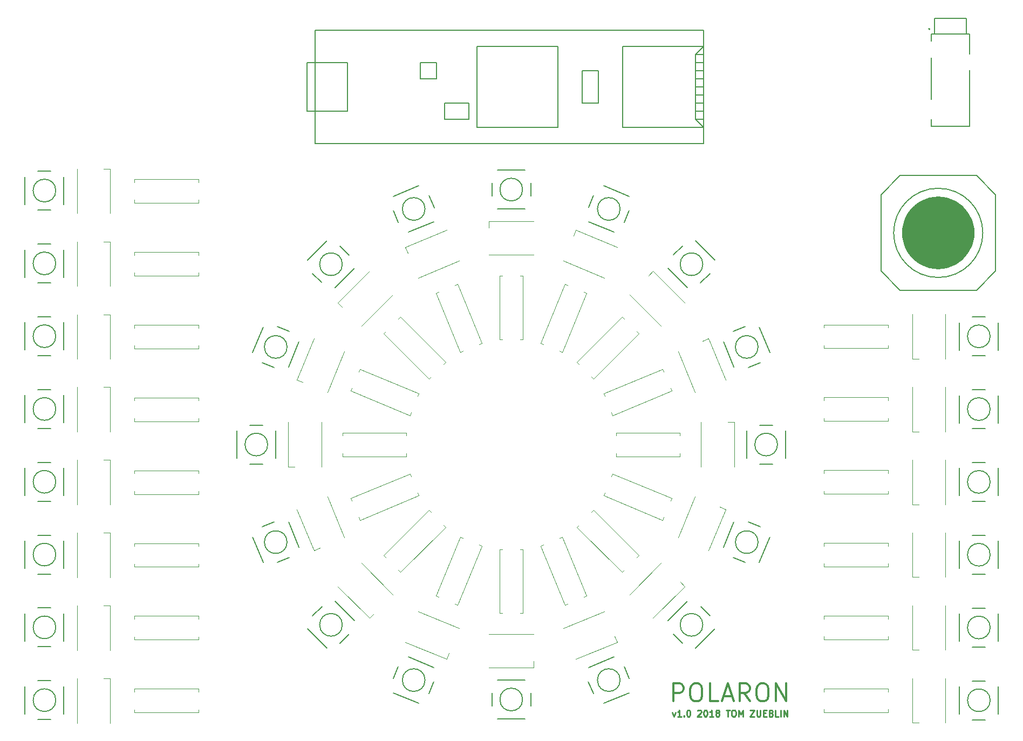
<source format=gto>
G04 #@! TF.FileFunction,Legend,Top*
%FSLAX46Y46*%
G04 Gerber Fmt 4.6, Leading zero omitted, Abs format (unit mm)*
G04 Created by KiCad (PCBNEW 4.0.6) date Thursday, 30. August 2018 'u42' 16:42:36*
%MOMM*%
%LPD*%
G01*
G04 APERTURE LIST*
%ADD10C,0.100000*%
%ADD11C,0.300000*%
%ADD12C,0.250000*%
%ADD13C,0.120000*%
%ADD14C,0.150000*%
%ADD15C,0.127000*%
%ADD16C,0.203200*%
%ADD17C,0.200000*%
G04 APERTURE END LIST*
D10*
D11*
X171227868Y-144149467D02*
X171227868Y-141349467D01*
X172294534Y-141349467D01*
X172561201Y-141482800D01*
X172694534Y-141616133D01*
X172827868Y-141882800D01*
X172827868Y-142282800D01*
X172694534Y-142549467D01*
X172561201Y-142682800D01*
X172294534Y-142816133D01*
X171227868Y-142816133D01*
X174561201Y-141349467D02*
X175094534Y-141349467D01*
X175361201Y-141482800D01*
X175627868Y-141749467D01*
X175761201Y-142282800D01*
X175761201Y-143216133D01*
X175627868Y-143749467D01*
X175361201Y-144016133D01*
X175094534Y-144149467D01*
X174561201Y-144149467D01*
X174294534Y-144016133D01*
X174027868Y-143749467D01*
X173894534Y-143216133D01*
X173894534Y-142282800D01*
X174027868Y-141749467D01*
X174294534Y-141482800D01*
X174561201Y-141349467D01*
X178294534Y-144149467D02*
X176961201Y-144149467D01*
X176961201Y-141349467D01*
X179094534Y-143349467D02*
X180427868Y-143349467D01*
X178827868Y-144149467D02*
X179761201Y-141349467D01*
X180694534Y-144149467D01*
X183227868Y-144149467D02*
X182294534Y-142816133D01*
X181627868Y-144149467D02*
X181627868Y-141349467D01*
X182694534Y-141349467D01*
X182961201Y-141482800D01*
X183094534Y-141616133D01*
X183227868Y-141882800D01*
X183227868Y-142282800D01*
X183094534Y-142549467D01*
X182961201Y-142682800D01*
X182694534Y-142816133D01*
X181627868Y-142816133D01*
X184961201Y-141349467D02*
X185494534Y-141349467D01*
X185761201Y-141482800D01*
X186027868Y-141749467D01*
X186161201Y-142282800D01*
X186161201Y-143216133D01*
X186027868Y-143749467D01*
X185761201Y-144016133D01*
X185494534Y-144149467D01*
X184961201Y-144149467D01*
X184694534Y-144016133D01*
X184427868Y-143749467D01*
X184294534Y-143216133D01*
X184294534Y-142282800D01*
X184427868Y-141749467D01*
X184694534Y-141482800D01*
X184961201Y-141349467D01*
X187361201Y-144149467D02*
X187361201Y-141349467D01*
X188961201Y-144149467D01*
X188961201Y-141349467D01*
D12*
X171089771Y-145868514D02*
X171327866Y-146535181D01*
X171565962Y-145868514D01*
X172470724Y-146535181D02*
X171899295Y-146535181D01*
X172185009Y-146535181D02*
X172185009Y-145535181D01*
X172089771Y-145678038D01*
X171994533Y-145773276D01*
X171899295Y-145820895D01*
X172899295Y-146439943D02*
X172946914Y-146487562D01*
X172899295Y-146535181D01*
X172851676Y-146487562D01*
X172899295Y-146439943D01*
X172899295Y-146535181D01*
X173565961Y-145535181D02*
X173661200Y-145535181D01*
X173756438Y-145582800D01*
X173804057Y-145630419D01*
X173851676Y-145725657D01*
X173899295Y-145916133D01*
X173899295Y-146154229D01*
X173851676Y-146344705D01*
X173804057Y-146439943D01*
X173756438Y-146487562D01*
X173661200Y-146535181D01*
X173565961Y-146535181D01*
X173470723Y-146487562D01*
X173423104Y-146439943D01*
X173375485Y-146344705D01*
X173327866Y-146154229D01*
X173327866Y-145916133D01*
X173375485Y-145725657D01*
X173423104Y-145630419D01*
X173470723Y-145582800D01*
X173565961Y-145535181D01*
X175042152Y-145630419D02*
X175089771Y-145582800D01*
X175185009Y-145535181D01*
X175423105Y-145535181D01*
X175518343Y-145582800D01*
X175565962Y-145630419D01*
X175613581Y-145725657D01*
X175613581Y-145820895D01*
X175565962Y-145963752D01*
X174994533Y-146535181D01*
X175613581Y-146535181D01*
X176232628Y-145535181D02*
X176327867Y-145535181D01*
X176423105Y-145582800D01*
X176470724Y-145630419D01*
X176518343Y-145725657D01*
X176565962Y-145916133D01*
X176565962Y-146154229D01*
X176518343Y-146344705D01*
X176470724Y-146439943D01*
X176423105Y-146487562D01*
X176327867Y-146535181D01*
X176232628Y-146535181D01*
X176137390Y-146487562D01*
X176089771Y-146439943D01*
X176042152Y-146344705D01*
X175994533Y-146154229D01*
X175994533Y-145916133D01*
X176042152Y-145725657D01*
X176089771Y-145630419D01*
X176137390Y-145582800D01*
X176232628Y-145535181D01*
X177518343Y-146535181D02*
X176946914Y-146535181D01*
X177232628Y-146535181D02*
X177232628Y-145535181D01*
X177137390Y-145678038D01*
X177042152Y-145773276D01*
X176946914Y-145820895D01*
X178089771Y-145963752D02*
X177994533Y-145916133D01*
X177946914Y-145868514D01*
X177899295Y-145773276D01*
X177899295Y-145725657D01*
X177946914Y-145630419D01*
X177994533Y-145582800D01*
X178089771Y-145535181D01*
X178280248Y-145535181D01*
X178375486Y-145582800D01*
X178423105Y-145630419D01*
X178470724Y-145725657D01*
X178470724Y-145773276D01*
X178423105Y-145868514D01*
X178375486Y-145916133D01*
X178280248Y-145963752D01*
X178089771Y-145963752D01*
X177994533Y-146011371D01*
X177946914Y-146058990D01*
X177899295Y-146154229D01*
X177899295Y-146344705D01*
X177946914Y-146439943D01*
X177994533Y-146487562D01*
X178089771Y-146535181D01*
X178280248Y-146535181D01*
X178375486Y-146487562D01*
X178423105Y-146439943D01*
X178470724Y-146344705D01*
X178470724Y-146154229D01*
X178423105Y-146058990D01*
X178375486Y-146011371D01*
X178280248Y-145963752D01*
X179518343Y-145535181D02*
X180089772Y-145535181D01*
X179804057Y-146535181D02*
X179804057Y-145535181D01*
X180613581Y-145535181D02*
X180804058Y-145535181D01*
X180899296Y-145582800D01*
X180994534Y-145678038D01*
X181042153Y-145868514D01*
X181042153Y-146201848D01*
X180994534Y-146392324D01*
X180899296Y-146487562D01*
X180804058Y-146535181D01*
X180613581Y-146535181D01*
X180518343Y-146487562D01*
X180423105Y-146392324D01*
X180375486Y-146201848D01*
X180375486Y-145868514D01*
X180423105Y-145678038D01*
X180518343Y-145582800D01*
X180613581Y-145535181D01*
X181470724Y-146535181D02*
X181470724Y-145535181D01*
X181804058Y-146249467D01*
X182137391Y-145535181D01*
X182137391Y-146535181D01*
X183280248Y-145535181D02*
X183946915Y-145535181D01*
X183280248Y-146535181D01*
X183946915Y-146535181D01*
X184327867Y-145535181D02*
X184327867Y-146344705D01*
X184375486Y-146439943D01*
X184423105Y-146487562D01*
X184518343Y-146535181D01*
X184708820Y-146535181D01*
X184804058Y-146487562D01*
X184851677Y-146439943D01*
X184899296Y-146344705D01*
X184899296Y-145535181D01*
X185375486Y-146011371D02*
X185708820Y-146011371D01*
X185851677Y-146535181D02*
X185375486Y-146535181D01*
X185375486Y-145535181D01*
X185851677Y-145535181D01*
X186613582Y-146011371D02*
X186756439Y-146058990D01*
X186804058Y-146106610D01*
X186851677Y-146201848D01*
X186851677Y-146344705D01*
X186804058Y-146439943D01*
X186756439Y-146487562D01*
X186661201Y-146535181D01*
X186280248Y-146535181D01*
X186280248Y-145535181D01*
X186613582Y-145535181D01*
X186708820Y-145582800D01*
X186756439Y-145630419D01*
X186804058Y-145725657D01*
X186804058Y-145820895D01*
X186756439Y-145916133D01*
X186708820Y-145963752D01*
X186613582Y-146011371D01*
X186280248Y-146011371D01*
X187756439Y-146535181D02*
X187280248Y-146535181D01*
X187280248Y-145535181D01*
X188089772Y-146535181D02*
X188089772Y-145535181D01*
X188565962Y-146535181D02*
X188565962Y-145535181D01*
X189137391Y-146535181D01*
X189137391Y-145535181D01*
D13*
X122263486Y-122448367D02*
X127213233Y-127398114D01*
X118586531Y-126125322D02*
X123536278Y-131075069D01*
X123536278Y-131075069D02*
X124243385Y-130367963D01*
X77664000Y-147549600D02*
X77664000Y-140549600D01*
X82864000Y-147549600D02*
X82864000Y-140549600D01*
X82864000Y-140549600D02*
X81864000Y-140549600D01*
X77664000Y-136129600D02*
X77664000Y-129129600D01*
X82864000Y-136129600D02*
X82864000Y-129129600D01*
X82864000Y-129129600D02*
X81864000Y-129129600D01*
X77664000Y-124709600D02*
X77664000Y-117709600D01*
X82864000Y-124709600D02*
X82864000Y-117709600D01*
X82864000Y-117709600D02*
X81864000Y-117709600D01*
X77664000Y-113289600D02*
X77664000Y-106289600D01*
X82864000Y-113289600D02*
X82864000Y-106289600D01*
X82864000Y-106289600D02*
X81864000Y-106289600D01*
X77664000Y-101869600D02*
X77664000Y-94869600D01*
X82864000Y-101869600D02*
X82864000Y-94869600D01*
X82864000Y-94869600D02*
X81864000Y-94869600D01*
X77664000Y-90449600D02*
X77664000Y-83449600D01*
X82864000Y-90449600D02*
X82864000Y-83449600D01*
X82864000Y-83449600D02*
X81864000Y-83449600D01*
X77664000Y-79029600D02*
X77664000Y-72029600D01*
X82864000Y-79029600D02*
X82864000Y-72029600D01*
X82864000Y-72029600D02*
X81864000Y-72029600D01*
X77664000Y-67609600D02*
X77664000Y-60609600D01*
X82864000Y-67609600D02*
X82864000Y-60609600D01*
X82864000Y-60609600D02*
X81864000Y-60609600D01*
X213928000Y-140518800D02*
X213928000Y-147518800D01*
X208728000Y-140518800D02*
X208728000Y-147518800D01*
X208728000Y-147518800D02*
X209728000Y-147518800D01*
X213928000Y-129098800D02*
X213928000Y-136098800D01*
X208728000Y-129098800D02*
X208728000Y-136098800D01*
X208728000Y-136098800D02*
X209728000Y-136098800D01*
X213928000Y-117678800D02*
X213928000Y-124678800D01*
X208728000Y-117678800D02*
X208728000Y-124678800D01*
X208728000Y-124678800D02*
X209728000Y-124678800D01*
X213928000Y-106258800D02*
X213928000Y-113258800D01*
X208728000Y-106258800D02*
X208728000Y-113258800D01*
X208728000Y-113258800D02*
X209728000Y-113258800D01*
X213928000Y-94838800D02*
X213928000Y-101838800D01*
X208728000Y-94838800D02*
X208728000Y-101838800D01*
X208728000Y-101838800D02*
X209728000Y-101838800D01*
D14*
X131521200Y-43992800D02*
X131521200Y-46532800D01*
X131521200Y-46532800D02*
X134061200Y-46532800D01*
X134061200Y-46532800D02*
X134061200Y-43992800D01*
X134061200Y-43992800D02*
X131521200Y-43992800D01*
X139141200Y-52882800D02*
X135331200Y-52882800D01*
X135331200Y-52882800D02*
X135331200Y-50342800D01*
X135331200Y-50342800D02*
X139141200Y-50342800D01*
X139141200Y-50342800D02*
X139141200Y-52882800D01*
X153111200Y-54152800D02*
X153111200Y-41452800D01*
X140411200Y-41452800D02*
X140411200Y-54152800D01*
X140411200Y-54152800D02*
X153111200Y-54152800D01*
X140411200Y-41452800D02*
X153111200Y-41452800D01*
X174701200Y-52882800D02*
X175971200Y-52882800D01*
X174701200Y-51612800D02*
X175971200Y-51612800D01*
X174701200Y-50342800D02*
X175971200Y-50342800D01*
X174701200Y-49072800D02*
X175971200Y-49072800D01*
X174701200Y-47802800D02*
X175971200Y-47802800D01*
X174701200Y-46532800D02*
X175971200Y-46532800D01*
X174701200Y-45262800D02*
X175971200Y-45262800D01*
X174701200Y-43992800D02*
X175971200Y-43992800D01*
X174701200Y-42722800D02*
X175971200Y-42722800D01*
X175971200Y-54152800D02*
X174701200Y-52882800D01*
X174701200Y-52882800D02*
X174701200Y-42722800D01*
X174701200Y-42722800D02*
X175971200Y-41452800D01*
X175971200Y-41452800D02*
X163271200Y-41452800D01*
X163271200Y-41452800D02*
X163271200Y-54152800D01*
X163271200Y-54152800D02*
X175971200Y-54152800D01*
X175971200Y-38912800D02*
X115011200Y-38912800D01*
X115011200Y-56692800D02*
X175971200Y-56692800D01*
X115011200Y-51612800D02*
X113741200Y-51612800D01*
X113741200Y-51612800D02*
X113741200Y-43992800D01*
X113741200Y-43992800D02*
X115011200Y-43992800D01*
X120091200Y-51612800D02*
X120091200Y-43992800D01*
X120091200Y-43992800D02*
X115011200Y-43992800D01*
X120091200Y-51612800D02*
X115011200Y-51612800D01*
X159461200Y-45262800D02*
X159461200Y-50342800D01*
X159461200Y-50342800D02*
X156921200Y-50342800D01*
X156921200Y-50342800D02*
X156921200Y-45262800D01*
X156921200Y-45262800D02*
X159461200Y-45262800D01*
X175971200Y-38912800D02*
X175971200Y-56692800D01*
X115011200Y-56692800D02*
X115011200Y-38912800D01*
D13*
X213928000Y-83418800D02*
X213928000Y-90418800D01*
X208728000Y-83418800D02*
X208728000Y-90418800D01*
X208728000Y-90418800D02*
X209728000Y-90418800D01*
D15*
X203801980Y-76662280D02*
X203801980Y-64663320D01*
X203801980Y-64663320D02*
X206801720Y-61663580D01*
X206801720Y-61663580D02*
X218800680Y-61663580D01*
X218800680Y-61663580D02*
X221800420Y-64663320D01*
X221800420Y-64663320D02*
X221800420Y-76662280D01*
X221800420Y-76662280D02*
X218800680Y-79662020D01*
X218800680Y-79662020D02*
X206801720Y-79662020D01*
X206801720Y-79662020D02*
X203801980Y-76662280D01*
G36*
X207203040Y-70662800D02*
X207243680Y-69989700D01*
X207365600Y-69324220D01*
X207566260Y-68679060D01*
X207843120Y-68061840D01*
X208193640Y-67482720D01*
X208610200Y-66949320D01*
X209087720Y-66471800D01*
X209621120Y-66055240D01*
X210200240Y-65704720D01*
X210817460Y-65427860D01*
X211462620Y-65227200D01*
X212128100Y-65105280D01*
X212801200Y-65064640D01*
X213474300Y-65105280D01*
X214139780Y-65227200D01*
X214784940Y-65427860D01*
X215402160Y-65704720D01*
X215981280Y-66055240D01*
X216514680Y-66471800D01*
X216992200Y-66949320D01*
X217408760Y-67482720D01*
X217759280Y-68061840D01*
X218036140Y-68679060D01*
X218236800Y-69324220D01*
X218358720Y-69989700D01*
X218399360Y-70662800D01*
X218358720Y-71335900D01*
X218236800Y-72001380D01*
X218036140Y-72646540D01*
X217759280Y-73263760D01*
X217408760Y-73842880D01*
X216992200Y-74376280D01*
X216514680Y-74853800D01*
X215981280Y-75270360D01*
X215402160Y-75620880D01*
X214784940Y-75897740D01*
X214139780Y-76098400D01*
X213474300Y-76220320D01*
X212801200Y-76260960D01*
X212128100Y-76220320D01*
X211462620Y-76098400D01*
X210817460Y-75897740D01*
X210200240Y-75620880D01*
X209621120Y-75270360D01*
X209087720Y-74853800D01*
X208610200Y-74376280D01*
X208193640Y-73842880D01*
X207843120Y-73263760D01*
X207566260Y-72646540D01*
X207365600Y-72001380D01*
X207243680Y-71335900D01*
X207203040Y-70662800D01*
X207203040Y-70662800D01*
G37*
X207203040Y-70662800D02*
X207243680Y-69989700D01*
X207365600Y-69324220D01*
X207566260Y-68679060D01*
X207843120Y-68061840D01*
X208193640Y-67482720D01*
X208610200Y-66949320D01*
X209087720Y-66471800D01*
X209621120Y-66055240D01*
X210200240Y-65704720D01*
X210817460Y-65427860D01*
X211462620Y-65227200D01*
X212128100Y-65105280D01*
X212801200Y-65064640D01*
X213474300Y-65105280D01*
X214139780Y-65227200D01*
X214784940Y-65427860D01*
X215402160Y-65704720D01*
X215981280Y-66055240D01*
X216514680Y-66471800D01*
X216992200Y-66949320D01*
X217408760Y-67482720D01*
X217759280Y-68061840D01*
X218036140Y-68679060D01*
X218236800Y-69324220D01*
X218358720Y-69989700D01*
X218399360Y-70662800D01*
X218358720Y-71335900D01*
X218236800Y-72001380D01*
X218036140Y-72646540D01*
X217759280Y-73263760D01*
X217408760Y-73842880D01*
X216992200Y-74376280D01*
X216514680Y-74853800D01*
X215981280Y-75270360D01*
X215402160Y-75620880D01*
X214784940Y-75897740D01*
X214139780Y-76098400D01*
X213474300Y-76220320D01*
X212801200Y-76260960D01*
X212128100Y-76220320D01*
X211462620Y-76098400D01*
X210817460Y-75897740D01*
X210200240Y-75620880D01*
X209621120Y-75270360D01*
X209087720Y-74853800D01*
X208610200Y-74376280D01*
X208193640Y-73842880D01*
X207843120Y-73263760D01*
X207566260Y-72646540D01*
X207365600Y-72001380D01*
X207243680Y-71335900D01*
X207203040Y-70662800D01*
X219798900Y-70662800D02*
G75*
G03X219798900Y-70662800I-6997700J0D01*
G01*
D13*
X142296000Y-133645600D02*
X149296000Y-133645600D01*
X142296000Y-138845600D02*
X149296000Y-138845600D01*
X149296000Y-138845600D02*
X149296000Y-137845600D01*
X153958735Y-132718124D02*
X160425891Y-130039340D01*
X155948689Y-137522298D02*
X162415845Y-134843514D01*
X162415845Y-134843514D02*
X162033162Y-133919634D01*
X164378767Y-127398114D02*
X169328514Y-122448367D01*
X168055722Y-131075069D02*
X173005469Y-126125322D01*
X173005469Y-126125322D02*
X172298363Y-125418215D01*
X171969740Y-118495491D02*
X174648524Y-112028335D01*
X176773914Y-120485445D02*
X179452698Y-114018289D01*
X179452698Y-114018289D02*
X178528818Y-113635605D01*
X175576000Y-107365600D02*
X175576000Y-100365600D01*
X180776000Y-107365600D02*
X180776000Y-100365600D01*
X180776000Y-100365600D02*
X179776000Y-100365600D01*
X174648524Y-95702865D02*
X171969740Y-89235709D01*
X179452698Y-93712911D02*
X176773914Y-87245755D01*
X176773914Y-87245755D02*
X175850034Y-87628438D01*
X169328514Y-85282833D02*
X164378767Y-80333086D01*
X173005469Y-81605878D02*
X168055722Y-76656131D01*
X168055722Y-76656131D02*
X167348615Y-77363237D01*
X160425891Y-77691860D02*
X153958735Y-75013076D01*
X162415845Y-72887686D02*
X155948689Y-70208902D01*
X155948689Y-70208902D02*
X155566005Y-71132782D01*
X149296000Y-74085600D02*
X142296000Y-74085600D01*
X149296000Y-68885600D02*
X142296000Y-68885600D01*
X142296000Y-68885600D02*
X142296000Y-69885600D01*
X137633265Y-75013076D02*
X131166109Y-77691860D01*
X135643311Y-70208902D02*
X129176155Y-72887686D01*
X129176155Y-72887686D02*
X129558838Y-73811566D01*
X127213233Y-80333086D02*
X122263486Y-85282833D01*
X123536278Y-76656131D02*
X118586531Y-81605878D01*
X118586531Y-81605878D02*
X119293637Y-82312985D01*
X119622260Y-89235709D02*
X116943476Y-95702865D01*
X114818086Y-87245755D02*
X112139302Y-93712911D01*
X112139302Y-93712911D02*
X113063182Y-94095595D01*
X116016000Y-100365600D02*
X116016000Y-107365600D01*
X110816000Y-100365600D02*
X110816000Y-107365600D01*
X110816000Y-107365600D02*
X111816000Y-107365600D01*
X116943476Y-112028335D02*
X119622260Y-118495491D01*
X112139302Y-114018289D02*
X114818086Y-120485445D01*
X114818086Y-120485445D02*
X115741966Y-120102762D01*
X131166109Y-130039340D02*
X137633265Y-132718124D01*
X129176155Y-134843514D02*
X135643311Y-137522298D01*
X135643311Y-137522298D02*
X136025995Y-136598418D01*
X144416000Y-130333600D02*
X143936000Y-130333600D01*
X143936000Y-130333600D02*
X143936000Y-120313600D01*
X143936000Y-120313600D02*
X144416000Y-120313600D01*
X147176000Y-130333600D02*
X147656000Y-130333600D01*
X147656000Y-130333600D02*
X147656000Y-120313600D01*
X147656000Y-120313600D02*
X147176000Y-120313600D01*
X154649911Y-128846947D02*
X154206449Y-129030635D01*
X154206449Y-129030635D02*
X150371961Y-119773362D01*
X150371961Y-119773362D02*
X150815423Y-119589674D01*
X157199819Y-127790740D02*
X157643281Y-127607052D01*
X157643281Y-127607052D02*
X153808793Y-118349779D01*
X153808793Y-118349779D02*
X153365331Y-118533467D01*
X163535895Y-123557109D02*
X163196483Y-123896521D01*
X163196483Y-123896521D02*
X156111273Y-116811311D01*
X156111273Y-116811311D02*
X156450685Y-116471899D01*
X165487509Y-121605495D02*
X165826921Y-121266083D01*
X165826921Y-121266083D02*
X158741711Y-114180873D01*
X158741711Y-114180873D02*
X158402299Y-114520285D01*
X169721140Y-115269419D02*
X169537452Y-115712881D01*
X169537452Y-115712881D02*
X160280179Y-111878393D01*
X160280179Y-111878393D02*
X160463867Y-111434931D01*
X170777347Y-112719511D02*
X170961035Y-112276049D01*
X170961035Y-112276049D02*
X161703762Y-108441561D01*
X161703762Y-108441561D02*
X161520074Y-108885023D01*
X172264000Y-105245600D02*
X172264000Y-105725600D01*
X172264000Y-105725600D02*
X162244000Y-105725600D01*
X162244000Y-105725600D02*
X162244000Y-105245600D01*
X172264000Y-102485600D02*
X172264000Y-102005600D01*
X172264000Y-102005600D02*
X162244000Y-102005600D01*
X162244000Y-102005600D02*
X162244000Y-102485600D01*
X170777347Y-95011689D02*
X170961035Y-95455151D01*
X170961035Y-95455151D02*
X161703762Y-99289639D01*
X161703762Y-99289639D02*
X161520074Y-98846177D01*
X169721140Y-92461781D02*
X169537452Y-92018319D01*
X169537452Y-92018319D02*
X160280179Y-95852807D01*
X160280179Y-95852807D02*
X160463867Y-96296269D01*
X165487509Y-86125705D02*
X165826921Y-86465117D01*
X165826921Y-86465117D02*
X158741711Y-93550327D01*
X158741711Y-93550327D02*
X158402299Y-93210915D01*
X163535895Y-84174091D02*
X163196483Y-83834679D01*
X163196483Y-83834679D02*
X156111273Y-90919889D01*
X156111273Y-90919889D02*
X156450685Y-91259301D01*
X157199819Y-79940460D02*
X157643281Y-80124148D01*
X157643281Y-80124148D02*
X153808793Y-89381421D01*
X153808793Y-89381421D02*
X153365331Y-89197733D01*
X154649911Y-78884253D02*
X154206449Y-78700565D01*
X154206449Y-78700565D02*
X150371961Y-87957838D01*
X150371961Y-87957838D02*
X150815423Y-88141526D01*
X147176000Y-77397600D02*
X147656000Y-77397600D01*
X147656000Y-77397600D02*
X147656000Y-87417600D01*
X147656000Y-87417600D02*
X147176000Y-87417600D01*
X144416000Y-77397600D02*
X143936000Y-77397600D01*
X143936000Y-77397600D02*
X143936000Y-87417600D01*
X143936000Y-87417600D02*
X144416000Y-87417600D01*
X136942089Y-78884253D02*
X137385551Y-78700565D01*
X137385551Y-78700565D02*
X141220039Y-87957838D01*
X141220039Y-87957838D02*
X140776577Y-88141526D01*
X134392181Y-79940460D02*
X133948719Y-80124148D01*
X133948719Y-80124148D02*
X137783207Y-89381421D01*
X137783207Y-89381421D02*
X138226669Y-89197733D01*
X128056105Y-84174091D02*
X128395517Y-83834679D01*
X128395517Y-83834679D02*
X135480727Y-90919889D01*
X135480727Y-90919889D02*
X135141315Y-91259301D01*
X126104491Y-86125705D02*
X125765079Y-86465117D01*
X125765079Y-86465117D02*
X132850289Y-93550327D01*
X132850289Y-93550327D02*
X133189701Y-93210915D01*
X121870860Y-92461781D02*
X122054548Y-92018319D01*
X122054548Y-92018319D02*
X131311821Y-95852807D01*
X131311821Y-95852807D02*
X131128133Y-96296269D01*
X120814653Y-95011689D02*
X120630965Y-95455151D01*
X120630965Y-95455151D02*
X129888238Y-99289639D01*
X129888238Y-99289639D02*
X130071926Y-98846177D01*
X119328000Y-102485600D02*
X119328000Y-102005600D01*
X119328000Y-102005600D02*
X129348000Y-102005600D01*
X129348000Y-102005600D02*
X129348000Y-102485600D01*
X119328000Y-105245600D02*
X119328000Y-105725600D01*
X119328000Y-105725600D02*
X129348000Y-105725600D01*
X129348000Y-105725600D02*
X129348000Y-105245600D01*
X120814653Y-112719511D02*
X120630965Y-112276049D01*
X120630965Y-112276049D02*
X129888238Y-108441561D01*
X129888238Y-108441561D02*
X130071926Y-108885023D01*
X121870860Y-115269419D02*
X122054548Y-115712881D01*
X122054548Y-115712881D02*
X131311821Y-111878393D01*
X131311821Y-111878393D02*
X131128133Y-111434931D01*
X126104491Y-121605495D02*
X125765079Y-121266083D01*
X125765079Y-121266083D02*
X132850289Y-114180873D01*
X132850289Y-114180873D02*
X133189701Y-114520285D01*
X128056105Y-123557109D02*
X128395517Y-123896521D01*
X128395517Y-123896521D02*
X135480727Y-116811311D01*
X135480727Y-116811311D02*
X135141315Y-116471899D01*
X134392181Y-127790740D02*
X133948719Y-127607052D01*
X133948719Y-127607052D02*
X137783207Y-118349779D01*
X137783207Y-118349779D02*
X138226669Y-118533467D01*
X136942089Y-128846947D02*
X137385551Y-129030635D01*
X137385551Y-129030635D02*
X141220039Y-119773362D01*
X141220039Y-119773362D02*
X140776577Y-119589674D01*
X96704000Y-65489600D02*
X96704000Y-65969600D01*
X96704000Y-65969600D02*
X86684000Y-65969600D01*
X86684000Y-65969600D02*
X86684000Y-65489600D01*
X96704000Y-62729600D02*
X96704000Y-62249600D01*
X96704000Y-62249600D02*
X86684000Y-62249600D01*
X86684000Y-62249600D02*
X86684000Y-62729600D01*
X96704000Y-76909600D02*
X96704000Y-77389600D01*
X96704000Y-77389600D02*
X86684000Y-77389600D01*
X86684000Y-77389600D02*
X86684000Y-76909600D01*
X96704000Y-74149600D02*
X96704000Y-73669600D01*
X96704000Y-73669600D02*
X86684000Y-73669600D01*
X86684000Y-73669600D02*
X86684000Y-74149600D01*
X96704000Y-88329600D02*
X96704000Y-88809600D01*
X96704000Y-88809600D02*
X86684000Y-88809600D01*
X86684000Y-88809600D02*
X86684000Y-88329600D01*
X96704000Y-85569600D02*
X96704000Y-85089600D01*
X96704000Y-85089600D02*
X86684000Y-85089600D01*
X86684000Y-85089600D02*
X86684000Y-85569600D01*
X96704000Y-99749600D02*
X96704000Y-100229600D01*
X96704000Y-100229600D02*
X86684000Y-100229600D01*
X86684000Y-100229600D02*
X86684000Y-99749600D01*
X96704000Y-96989600D02*
X96704000Y-96509600D01*
X96704000Y-96509600D02*
X86684000Y-96509600D01*
X86684000Y-96509600D02*
X86684000Y-96989600D01*
X96704000Y-111169600D02*
X96704000Y-111649600D01*
X96704000Y-111649600D02*
X86684000Y-111649600D01*
X86684000Y-111649600D02*
X86684000Y-111169600D01*
X96704000Y-108409600D02*
X96704000Y-107929600D01*
X96704000Y-107929600D02*
X86684000Y-107929600D01*
X86684000Y-107929600D02*
X86684000Y-108409600D01*
X96704000Y-122589600D02*
X96704000Y-123069600D01*
X96704000Y-123069600D02*
X86684000Y-123069600D01*
X86684000Y-123069600D02*
X86684000Y-122589600D01*
X96704000Y-119829600D02*
X96704000Y-119349600D01*
X96704000Y-119349600D02*
X86684000Y-119349600D01*
X86684000Y-119349600D02*
X86684000Y-119829600D01*
X96704000Y-134009600D02*
X96704000Y-134489600D01*
X96704000Y-134489600D02*
X86684000Y-134489600D01*
X86684000Y-134489600D02*
X86684000Y-134009600D01*
X96704000Y-131249600D02*
X96704000Y-130769600D01*
X96704000Y-130769600D02*
X86684000Y-130769600D01*
X86684000Y-130769600D02*
X86684000Y-131249600D01*
X96704000Y-145429600D02*
X96704000Y-145909600D01*
X96704000Y-145909600D02*
X86684000Y-145909600D01*
X86684000Y-145909600D02*
X86684000Y-145429600D01*
X96704000Y-142669600D02*
X96704000Y-142189600D01*
X96704000Y-142189600D02*
X86684000Y-142189600D01*
X86684000Y-142189600D02*
X86684000Y-142669600D01*
X194888000Y-85538800D02*
X194888000Y-85058800D01*
X194888000Y-85058800D02*
X204908000Y-85058800D01*
X204908000Y-85058800D02*
X204908000Y-85538800D01*
X194888000Y-88298800D02*
X194888000Y-88778800D01*
X194888000Y-88778800D02*
X204908000Y-88778800D01*
X204908000Y-88778800D02*
X204908000Y-88298800D01*
X194888000Y-96958800D02*
X194888000Y-96478800D01*
X194888000Y-96478800D02*
X204908000Y-96478800D01*
X204908000Y-96478800D02*
X204908000Y-96958800D01*
X194888000Y-99718800D02*
X194888000Y-100198800D01*
X194888000Y-100198800D02*
X204908000Y-100198800D01*
X204908000Y-100198800D02*
X204908000Y-99718800D01*
X194888000Y-108378800D02*
X194888000Y-107898800D01*
X194888000Y-107898800D02*
X204908000Y-107898800D01*
X204908000Y-107898800D02*
X204908000Y-108378800D01*
X194888000Y-111138800D02*
X194888000Y-111618800D01*
X194888000Y-111618800D02*
X204908000Y-111618800D01*
X204908000Y-111618800D02*
X204908000Y-111138800D01*
X194888000Y-119798800D02*
X194888000Y-119318800D01*
X194888000Y-119318800D02*
X204908000Y-119318800D01*
X204908000Y-119318800D02*
X204908000Y-119798800D01*
X194888000Y-122558800D02*
X194888000Y-123038800D01*
X194888000Y-123038800D02*
X204908000Y-123038800D01*
X204908000Y-123038800D02*
X204908000Y-122558800D01*
X194888000Y-131218800D02*
X194888000Y-130738800D01*
X194888000Y-130738800D02*
X204908000Y-130738800D01*
X204908000Y-130738800D02*
X204908000Y-131218800D01*
X194888000Y-133978800D02*
X194888000Y-134458800D01*
X194888000Y-134458800D02*
X204908000Y-134458800D01*
X204908000Y-134458800D02*
X204908000Y-133978800D01*
X194888000Y-142638800D02*
X194888000Y-142158800D01*
X194888000Y-142158800D02*
X204908000Y-142158800D01*
X204908000Y-142158800D02*
X204908000Y-142638800D01*
X194888000Y-145398800D02*
X194888000Y-145878800D01*
X194888000Y-145878800D02*
X204908000Y-145878800D01*
X204908000Y-145878800D02*
X204908000Y-145398800D01*
D16*
X147955000Y-140817600D02*
X143637000Y-140817600D01*
X143637000Y-146913600D02*
X147955000Y-146913600D01*
X148844000Y-142869920D02*
X148844000Y-144881600D01*
X142748000Y-142839440D02*
X142748000Y-144881600D01*
X147574000Y-143865600D02*
G75*
G03X147574000Y-143865600I-1778000J0D01*
G01*
X161931574Y-137178583D02*
X157942262Y-138831010D01*
X160275100Y-144462979D02*
X164264412Y-142810552D01*
X163538292Y-138734474D02*
X164308128Y-140593024D01*
X157894658Y-141039152D02*
X158676159Y-142925862D01*
X162881337Y-140820781D02*
G75*
G03X162881337Y-140820781I-1778000J0D01*
G01*
X173451653Y-128467966D02*
X170398366Y-131521253D01*
X174708889Y-135831776D02*
X177762176Y-132778489D01*
X175531480Y-129290557D02*
X176953953Y-130713030D01*
X171199405Y-133579528D02*
X172643430Y-135023553D01*
X175858271Y-132149871D02*
G75*
G03X175858271Y-132149871I-1778000J0D01*
G01*
X180761410Y-116011862D02*
X179108983Y-120001174D01*
X184740952Y-122334012D02*
X186393379Y-118344700D01*
X182997712Y-115975922D02*
X184856262Y-116745759D01*
X180636714Y-121596227D02*
X182523424Y-122377728D01*
X184529181Y-119172937D02*
G75*
G03X184529181Y-119172937I-1778000J0D01*
G01*
X182748000Y-101706600D02*
X182748000Y-106024600D01*
X188844000Y-106024600D02*
X188844000Y-101706600D01*
X184800320Y-100817600D02*
X186812000Y-100817600D01*
X184769840Y-106913600D02*
X186812000Y-106913600D01*
X187574000Y-103865600D02*
G75*
G03X187574000Y-103865600I-1778000J0D01*
G01*
X179108983Y-87730026D02*
X180761410Y-91719338D01*
X186393379Y-89386500D02*
X184740952Y-85397188D01*
X180664874Y-86123308D02*
X182523424Y-85353472D01*
X182969552Y-91766942D02*
X184856262Y-90985441D01*
X184529181Y-88558263D02*
G75*
G03X184529181Y-88558263I-1778000J0D01*
G01*
X170398366Y-76209947D02*
X173451653Y-79263234D01*
X177762176Y-74952711D02*
X174708889Y-71899424D01*
X171220957Y-74130120D02*
X172643430Y-72707647D01*
X175509928Y-78462195D02*
X176953953Y-77018170D01*
X175858271Y-75581329D02*
G75*
G03X175858271Y-75581329I-1778000J0D01*
G01*
X157942262Y-68900190D02*
X161931574Y-70552617D01*
X164264412Y-64920648D02*
X160275100Y-63268221D01*
X157906322Y-66663888D02*
X158676159Y-64805338D01*
X163526627Y-69024886D02*
X164308128Y-67138176D01*
X162881337Y-66910419D02*
G75*
G03X162881337Y-66910419I-1778000J0D01*
G01*
X143637000Y-66913600D02*
X147955000Y-66913600D01*
X147955000Y-60817600D02*
X143637000Y-60817600D01*
X142748000Y-64861280D02*
X142748000Y-62849600D01*
X148844000Y-64891760D02*
X148844000Y-62849600D01*
X147574000Y-63865600D02*
G75*
G03X147574000Y-63865600I-1778000J0D01*
G01*
X129660426Y-70552617D02*
X133649738Y-68900190D01*
X131316900Y-63268221D02*
X127327588Y-64920648D01*
X128053708Y-68996726D02*
X127283872Y-67138176D01*
X133697342Y-66692048D02*
X132915841Y-64805338D01*
X132266663Y-66910419D02*
G75*
G03X132266663Y-66910419I-1778000J0D01*
G01*
X118140347Y-79263234D02*
X121193634Y-76209947D01*
X116883111Y-71899424D02*
X113829824Y-74952711D01*
X116060520Y-78440643D02*
X114638047Y-77018170D01*
X120392595Y-74151672D02*
X118948570Y-72707647D01*
X119289729Y-75581329D02*
G75*
G03X119289729Y-75581329I-1778000J0D01*
G01*
X110830590Y-91719338D02*
X112483017Y-87730026D01*
X106851048Y-85397188D02*
X105198621Y-89386500D01*
X108594288Y-91755278D02*
X106735738Y-90985441D01*
X110955286Y-86134973D02*
X109068576Y-85353472D01*
X110618819Y-88558263D02*
G75*
G03X110618819Y-88558263I-1778000J0D01*
G01*
X108844000Y-106024600D02*
X108844000Y-101706600D01*
X102748000Y-101706600D02*
X102748000Y-106024600D01*
X106791680Y-106913600D02*
X104780000Y-106913600D01*
X106822160Y-100817600D02*
X104780000Y-100817600D01*
X107574000Y-103865600D02*
G75*
G03X107574000Y-103865600I-1778000J0D01*
G01*
X112483017Y-120001174D02*
X110830590Y-116011862D01*
X105198621Y-118344700D02*
X106851048Y-122334012D01*
X110927126Y-121607892D02*
X109068576Y-122377728D01*
X108622448Y-115964258D02*
X106735738Y-116745759D01*
X110618819Y-119172937D02*
G75*
G03X110618819Y-119172937I-1778000J0D01*
G01*
X121193634Y-131521253D02*
X118140347Y-128467966D01*
X113829824Y-132778489D02*
X116883111Y-135831776D01*
X120371043Y-133601080D02*
X118948570Y-135023553D01*
X116082072Y-129269005D02*
X114638047Y-130713030D01*
X119289729Y-132149871D02*
G75*
G03X119289729Y-132149871I-1778000J0D01*
G01*
X133649738Y-138831010D02*
X129660426Y-137178583D01*
X127327588Y-142810552D02*
X131316900Y-144462979D01*
X133685678Y-141067312D02*
X132915841Y-142925862D01*
X128065373Y-138706314D02*
X127283872Y-140593024D01*
X132266663Y-140820781D02*
G75*
G03X132266663Y-140820781I-1778000J0D01*
G01*
X75595480Y-66187320D02*
X75595480Y-61869320D01*
X69499480Y-61869320D02*
X69499480Y-66187320D01*
X73543160Y-67076320D02*
X71531480Y-67076320D01*
X73573640Y-60980320D02*
X71531480Y-60980320D01*
X74325480Y-64028320D02*
G75*
G03X74325480Y-64028320I-1778000J0D01*
G01*
X75595480Y-77607320D02*
X75595480Y-73289320D01*
X69499480Y-73289320D02*
X69499480Y-77607320D01*
X73543160Y-78496320D02*
X71531480Y-78496320D01*
X73573640Y-72400320D02*
X71531480Y-72400320D01*
X74325480Y-75448320D02*
G75*
G03X74325480Y-75448320I-1778000J0D01*
G01*
X75595480Y-89027320D02*
X75595480Y-84709320D01*
X69499480Y-84709320D02*
X69499480Y-89027320D01*
X73543160Y-89916320D02*
X71531480Y-89916320D01*
X73573640Y-83820320D02*
X71531480Y-83820320D01*
X74325480Y-86868320D02*
G75*
G03X74325480Y-86868320I-1778000J0D01*
G01*
X75595480Y-100447320D02*
X75595480Y-96129320D01*
X69499480Y-96129320D02*
X69499480Y-100447320D01*
X73543160Y-101336320D02*
X71531480Y-101336320D01*
X73573640Y-95240320D02*
X71531480Y-95240320D01*
X74325480Y-98288320D02*
G75*
G03X74325480Y-98288320I-1778000J0D01*
G01*
X75595480Y-111867320D02*
X75595480Y-107549320D01*
X69499480Y-107549320D02*
X69499480Y-111867320D01*
X73543160Y-112756320D02*
X71531480Y-112756320D01*
X73573640Y-106660320D02*
X71531480Y-106660320D01*
X74325480Y-109708320D02*
G75*
G03X74325480Y-109708320I-1778000J0D01*
G01*
X75595480Y-123287320D02*
X75595480Y-118969320D01*
X69499480Y-118969320D02*
X69499480Y-123287320D01*
X73543160Y-124176320D02*
X71531480Y-124176320D01*
X73573640Y-118080320D02*
X71531480Y-118080320D01*
X74325480Y-121128320D02*
G75*
G03X74325480Y-121128320I-1778000J0D01*
G01*
X75595480Y-134707320D02*
X75595480Y-130389320D01*
X69499480Y-130389320D02*
X69499480Y-134707320D01*
X73543160Y-135596320D02*
X71531480Y-135596320D01*
X73573640Y-129500320D02*
X71531480Y-129500320D01*
X74325480Y-132548320D02*
G75*
G03X74325480Y-132548320I-1778000J0D01*
G01*
X75595480Y-146127320D02*
X75595480Y-141809320D01*
X69499480Y-141809320D02*
X69499480Y-146127320D01*
X73543160Y-147016320D02*
X71531480Y-147016320D01*
X73573640Y-140920320D02*
X71531480Y-140920320D01*
X74325480Y-143968320D02*
G75*
G03X74325480Y-143968320I-1778000J0D01*
G01*
X216123520Y-84729320D02*
X216123520Y-89047320D01*
X222219520Y-89047320D02*
X222219520Y-84729320D01*
X218175840Y-83840320D02*
X220187520Y-83840320D01*
X218145360Y-89936320D02*
X220187520Y-89936320D01*
X220949520Y-86888320D02*
G75*
G03X220949520Y-86888320I-1778000J0D01*
G01*
X216123520Y-96149320D02*
X216123520Y-100467320D01*
X222219520Y-100467320D02*
X222219520Y-96149320D01*
X218175840Y-95260320D02*
X220187520Y-95260320D01*
X218145360Y-101356320D02*
X220187520Y-101356320D01*
X220949520Y-98308320D02*
G75*
G03X220949520Y-98308320I-1778000J0D01*
G01*
X216123520Y-107569320D02*
X216123520Y-111887320D01*
X222219520Y-111887320D02*
X222219520Y-107569320D01*
X218175840Y-106680320D02*
X220187520Y-106680320D01*
X218145360Y-112776320D02*
X220187520Y-112776320D01*
X220949520Y-109728320D02*
G75*
G03X220949520Y-109728320I-1778000J0D01*
G01*
X216123520Y-118989320D02*
X216123520Y-123307320D01*
X222219520Y-123307320D02*
X222219520Y-118989320D01*
X218175840Y-118100320D02*
X220187520Y-118100320D01*
X218145360Y-124196320D02*
X220187520Y-124196320D01*
X220949520Y-121148320D02*
G75*
G03X220949520Y-121148320I-1778000J0D01*
G01*
X216123520Y-130409320D02*
X216123520Y-134727320D01*
X222219520Y-134727320D02*
X222219520Y-130409320D01*
X218175840Y-129520320D02*
X220187520Y-129520320D01*
X218145360Y-135616320D02*
X220187520Y-135616320D01*
X220949520Y-132568320D02*
G75*
G03X220949520Y-132568320I-1778000J0D01*
G01*
X216123520Y-141829320D02*
X216123520Y-146147320D01*
X222219520Y-146147320D02*
X222219520Y-141829320D01*
X218175840Y-140940320D02*
X220187520Y-140940320D01*
X218145360Y-147036320D02*
X220187520Y-147036320D01*
X220949520Y-143988320D02*
G75*
G03X220949520Y-143988320I-1778000J0D01*
G01*
D15*
X211706200Y-39476800D02*
X212206200Y-39476800D01*
X212206200Y-39476800D02*
X217206200Y-39476800D01*
X217206200Y-39476800D02*
X217706200Y-39476800D01*
X217706200Y-39476800D02*
X217706200Y-42576800D01*
X217706200Y-45176800D02*
X217706200Y-53976800D01*
X217706200Y-53976800D02*
X211706200Y-53976800D01*
X211706200Y-39476800D02*
X211706200Y-40576800D01*
X211706200Y-43176800D02*
X211706200Y-49676800D01*
D17*
X211506200Y-38676800D02*
G75*
G03X211506200Y-38676800I-100000J0D01*
G01*
D15*
X211706200Y-52876800D02*
X211706200Y-53976800D01*
X217206200Y-39476800D02*
X217206200Y-36976800D01*
X217206200Y-36976800D02*
X212206200Y-36976800D01*
X212206200Y-36976800D02*
X212206200Y-39476800D01*
M02*

</source>
